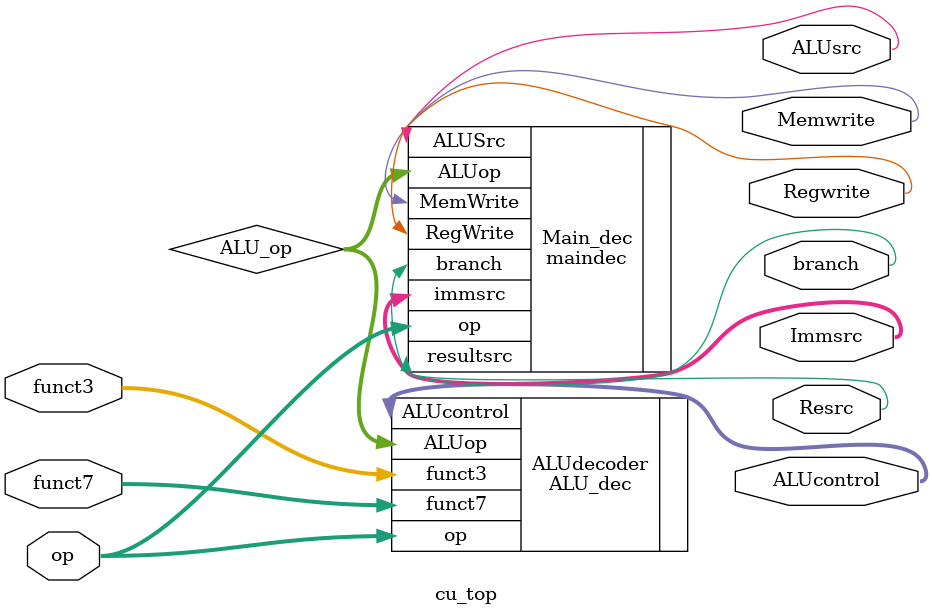
<source format=v>
`include "main_dec.v"
`include "ALU_dec.v"

module cu_top(op,funct3,funct7,branch,Resrc,Memwrite,ALUsrc,Immsrc,Regwrite,ALUcontrol);
input [6:0]op,funct7;
input [2:0]funct3;
output branch,Resrc,Memwrite,ALUsrc,Regwrite;
output [1:0]Immsrc;
output [2:0]ALUcontrol;

wire [1:0]ALU_op;

maindec Main_dec(
                .op(op),
                .MemWrite(Memwrite),
                .RegWrite(Regwrite),
                .ALUSrc(ALUsrc),
                .resultsrc(Resrc),
                .immsrc(Immsrc),
                .ALUop(ALU_op),
                .branch(branch)
                );

ALU_dec ALUdecoder(.op(op),
        .ALUop(ALU_op),
        .funct3(funct3),
        .funct7(funct7),
        .ALUcontrol(ALUcontrol)

);
endmodule
</source>
